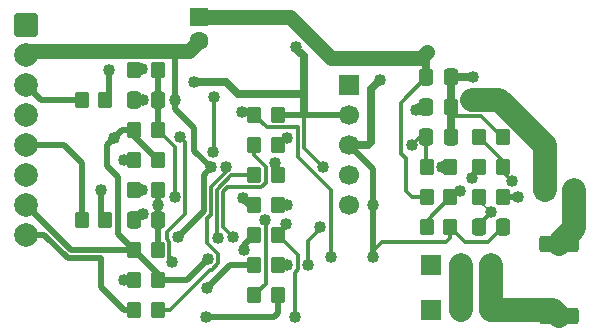
<source format=gbl>
G04 #@! TF.GenerationSoftware,KiCad,Pcbnew,9.0.6*
G04 #@! TF.CreationDate,2025-12-01T20:46:10-08:00*
G04 #@! TF.ProjectId,RocketServo,526f636b-6574-4536-9572-766f2e6b6963,n/c*
G04 #@! TF.SameCoordinates,Original*
G04 #@! TF.FileFunction,Copper,L2,Bot*
G04 #@! TF.FilePolarity,Positive*
%FSLAX46Y46*%
G04 Gerber Fmt 4.6, Leading zero omitted, Abs format (unit mm)*
G04 Created by KiCad (PCBNEW 9.0.6) date 2025-12-01 20:46:10*
%MOMM*%
%LPD*%
G01*
G04 APERTURE LIST*
G04 Aperture macros list*
%AMRoundRect*
0 Rectangle with rounded corners*
0 $1 Rounding radius*
0 $2 $3 $4 $5 $6 $7 $8 $9 X,Y pos of 4 corners*
0 Add a 4 corners polygon primitive as box body*
4,1,4,$2,$3,$4,$5,$6,$7,$8,$9,$2,$3,0*
0 Add four circle primitives for the rounded corners*
1,1,$1+$1,$2,$3*
1,1,$1+$1,$4,$5*
1,1,$1+$1,$6,$7*
1,1,$1+$1,$8,$9*
0 Add four rect primitives between the rounded corners*
20,1,$1+$1,$2,$3,$4,$5,0*
20,1,$1+$1,$4,$5,$6,$7,0*
20,1,$1+$1,$6,$7,$8,$9,0*
20,1,$1+$1,$8,$9,$2,$3,0*%
G04 Aperture macros list end*
G04 #@! TA.AperFunction,ComponentPad*
%ADD10R,1.700000X1.700000*%
G04 #@! TD*
G04 #@! TA.AperFunction,ComponentPad*
%ADD11C,1.700000*%
G04 #@! TD*
G04 #@! TA.AperFunction,ComponentPad*
%ADD12RoundRect,0.250000X-0.550000X-0.550000X0.550000X-0.550000X0.550000X0.550000X-0.550000X0.550000X0*%
G04 #@! TD*
G04 #@! TA.AperFunction,ComponentPad*
%ADD13C,1.600000*%
G04 #@! TD*
G04 #@! TA.AperFunction,ComponentPad*
%ADD14RoundRect,0.250000X-0.750000X0.750000X-0.750000X-0.750000X0.750000X-0.750000X0.750000X0.750000X0*%
G04 #@! TD*
G04 #@! TA.AperFunction,ComponentPad*
%ADD15C,2.000000*%
G04 #@! TD*
G04 #@! TA.AperFunction,ComponentPad*
%ADD16RoundRect,0.250000X-0.550000X0.550000X-0.550000X-0.550000X0.550000X-0.550000X0.550000X0.550000X0*%
G04 #@! TD*
G04 #@! TA.AperFunction,SMDPad,CuDef*
%ADD17RoundRect,0.250000X0.350000X0.450000X-0.350000X0.450000X-0.350000X-0.450000X0.350000X-0.450000X0*%
G04 #@! TD*
G04 #@! TA.AperFunction,SMDPad,CuDef*
%ADD18RoundRect,0.250000X-0.350000X-0.450000X0.350000X-0.450000X0.350000X0.450000X-0.350000X0.450000X0*%
G04 #@! TD*
G04 #@! TA.AperFunction,SMDPad,CuDef*
%ADD19RoundRect,0.250000X-0.337500X-0.475000X0.337500X-0.475000X0.337500X0.475000X-0.337500X0.475000X0*%
G04 #@! TD*
G04 #@! TA.AperFunction,SMDPad,CuDef*
%ADD20RoundRect,0.250000X0.337500X0.475000X-0.337500X0.475000X-0.337500X-0.475000X0.337500X-0.475000X0*%
G04 #@! TD*
G04 #@! TA.AperFunction,SMDPad,CuDef*
%ADD21RoundRect,0.249999X1.425001X-0.450001X1.425001X0.450001X-1.425001X0.450001X-1.425001X-0.450001X0*%
G04 #@! TD*
G04 #@! TA.AperFunction,ViaPad*
%ADD22C,1.016000*%
G04 #@! TD*
G04 #@! TA.AperFunction,Conductor*
%ADD23C,0.635000*%
G04 #@! TD*
G04 #@! TA.AperFunction,Conductor*
%ADD24C,0.508000*%
G04 #@! TD*
G04 #@! TA.AperFunction,Conductor*
%ADD25C,0.304800*%
G04 #@! TD*
G04 #@! TA.AperFunction,Conductor*
%ADD26C,1.270000*%
G04 #@! TD*
G04 #@! TA.AperFunction,Conductor*
%ADD27C,0.203200*%
G04 #@! TD*
G04 #@! TA.AperFunction,Conductor*
%ADD28C,2.032000*%
G04 #@! TD*
G04 APERTURE END LIST*
D10*
X106045000Y-119380000D03*
D11*
X108585000Y-119380000D03*
X111125000Y-119380000D03*
D12*
X115657621Y-113030000D03*
D13*
X118157621Y-113030000D03*
D10*
X99060000Y-104140000D03*
D11*
X99060000Y-106680000D03*
X99060000Y-109220000D03*
X99060000Y-111760000D03*
X99060000Y-114300000D03*
D10*
X106045000Y-123190000D03*
D11*
X108585000Y-123190000D03*
X111125000Y-123190000D03*
D14*
X71755000Y-99060000D03*
D15*
X71755000Y-101600000D03*
X71755000Y-104140000D03*
X71755000Y-106680000D03*
X71755000Y-109220000D03*
X71755000Y-111760000D03*
X71755000Y-114300000D03*
X71755000Y-116840000D03*
D16*
X86360000Y-98425000D03*
D13*
X86360000Y-100425000D03*
D17*
X82915000Y-110490000D03*
X80915000Y-110490000D03*
D18*
X91075000Y-111760000D03*
X93075000Y-111760000D03*
D17*
X93075000Y-106680000D03*
X91075000Y-106680000D03*
X82915000Y-123190000D03*
X80915000Y-123190000D03*
X82915000Y-113030000D03*
X80915000Y-113030000D03*
D18*
X110125000Y-111125000D03*
X112125000Y-111125000D03*
D17*
X78470000Y-115570000D03*
X76470000Y-115570000D03*
D18*
X110125000Y-108585000D03*
X112125000Y-108585000D03*
D17*
X93075000Y-121920000D03*
X91075000Y-121920000D03*
D19*
X105642500Y-106045000D03*
X107717500Y-106045000D03*
D17*
X93075000Y-114300000D03*
X91075000Y-114300000D03*
D18*
X105680000Y-116205000D03*
X107680000Y-116205000D03*
X91075000Y-109220000D03*
X93075000Y-109220000D03*
D17*
X78470000Y-105410000D03*
X76470000Y-105410000D03*
D19*
X105642500Y-103505000D03*
X107717500Y-103505000D03*
D17*
X82915000Y-102870000D03*
X80915000Y-102870000D03*
X82915000Y-120650000D03*
X80915000Y-120650000D03*
D18*
X110125000Y-113665000D03*
X112125000Y-113665000D03*
D20*
X82952500Y-105410000D03*
X80877500Y-105410000D03*
D18*
X91075000Y-116840000D03*
X93075000Y-116840000D03*
D21*
X116840000Y-123700000D03*
X116840000Y-117600000D03*
D18*
X80915000Y-107950000D03*
X82915000Y-107950000D03*
X91075000Y-119380000D03*
X93075000Y-119380000D03*
D17*
X107680000Y-113665000D03*
X105680000Y-113665000D03*
D20*
X82952500Y-115570000D03*
X80877500Y-115570000D03*
D18*
X105680000Y-111125000D03*
X107680000Y-111125000D03*
D19*
X110087500Y-116205000D03*
X112162500Y-116205000D03*
X105642500Y-108585000D03*
X107717500Y-108585000D03*
D18*
X80915000Y-118110000D03*
X82915000Y-118110000D03*
D22*
X79184500Y-108648500D03*
X85979000Y-103886000D03*
X101727000Y-103759000D03*
X97536000Y-118745000D03*
X93853000Y-119380000D03*
X96625600Y-116205000D03*
X95631000Y-119380000D03*
X90194541Y-118132264D03*
X87122000Y-118872000D03*
X81657074Y-115060099D03*
X84617446Y-116980052D03*
X87376000Y-111125000D03*
X84328000Y-105410000D03*
X81607000Y-113030000D03*
X112930645Y-112282959D03*
X106988000Y-111125000D03*
X101092000Y-114300000D03*
X109474000Y-112014000D03*
X93853000Y-114300000D03*
X96901000Y-111125000D03*
X94646000Y-100934000D03*
X104439223Y-109236647D03*
X82915000Y-114300000D03*
X91948000Y-115570000D03*
X89262388Y-117022798D03*
X93853000Y-108643800D03*
X113411000Y-113665000D03*
X101092000Y-118745000D03*
X109522000Y-105410000D03*
X80010000Y-110490000D03*
X84328000Y-113665000D03*
X90153100Y-113703035D03*
X88001059Y-117131479D03*
X92837000Y-110744000D03*
X88641016Y-111047953D03*
X80010000Y-120650000D03*
X84763142Y-108510640D03*
X84079301Y-119155666D03*
X87630000Y-105156000D03*
X87583593Y-109774407D03*
X109601000Y-103505000D03*
X104775000Y-106299000D03*
X105664000Y-101346000D03*
X108458000Y-113157000D03*
X94488000Y-123825000D03*
X93726000Y-115951000D03*
X90043000Y-106426000D03*
X81657000Y-105383549D03*
X111125000Y-114935000D03*
X87051541Y-121341541D03*
X86995000Y-123825000D03*
X78740000Y-102870000D03*
X81607000Y-102802455D03*
X78105000Y-113030000D03*
D23*
X95250000Y-104902000D02*
X95250000Y-101727000D01*
X95250000Y-104902000D02*
X89662000Y-104902000D01*
D24*
X79629000Y-108204000D02*
X79883000Y-107950000D01*
D23*
X88646000Y-103886000D02*
X85979000Y-103886000D01*
X89662000Y-104902000D02*
X88646000Y-103886000D01*
X94646000Y-100934000D02*
X94646000Y-101123000D01*
X94646000Y-101123000D02*
X95250000Y-101727000D01*
X100711000Y-109220000D02*
X100965000Y-108966000D01*
X99060000Y-109220000D02*
X100711000Y-109220000D01*
X100965000Y-104521000D02*
X101727000Y-103759000D01*
X100965000Y-108966000D02*
X100965000Y-104521000D01*
D25*
X107680000Y-116205000D02*
X107680000Y-117110000D01*
X101092000Y-118237000D02*
X101092000Y-118745000D01*
X107680000Y-117110000D02*
X107315000Y-117475000D01*
X107315000Y-117475000D02*
X101854000Y-117475000D01*
X101854000Y-117475000D02*
X101092000Y-118237000D01*
D24*
X99060000Y-106680000D02*
X93075000Y-106680000D01*
D26*
X105664000Y-101346000D02*
X105156000Y-101854000D01*
X105156000Y-101854000D02*
X97536000Y-101854000D01*
X97536000Y-101854000D02*
X94107000Y-98425000D01*
X94107000Y-98425000D02*
X86360000Y-98425000D01*
D23*
X95250000Y-106426000D02*
X95250000Y-104902000D01*
D24*
X79525000Y-116720000D02*
X79525000Y-111910000D01*
X79525000Y-111910000D02*
X78613000Y-110998000D01*
X80915000Y-118110000D02*
X79525000Y-116720000D01*
X78613000Y-110998000D02*
X78613000Y-109220000D01*
X78613000Y-109220000D02*
X79629000Y-108204000D01*
X79883000Y-107950000D02*
X80915000Y-107950000D01*
D25*
X87385600Y-112783715D02*
X88641016Y-111528299D01*
X87385600Y-115147925D02*
X87385600Y-112783715D01*
X87323180Y-119782400D02*
X87499101Y-119782400D01*
X88641016Y-111528299D02*
X88641016Y-111047953D01*
X83915580Y-123190000D02*
X87323180Y-119782400D01*
X88395200Y-116155610D02*
X89262388Y-117022798D01*
X88032400Y-119249101D02*
X88032400Y-118450321D01*
X88032400Y-118450321D02*
X87090659Y-117508580D01*
X88783705Y-112813400D02*
X88395200Y-113201905D01*
X91681864Y-112813400D02*
X88783705Y-112813400D01*
X91075000Y-110099736D02*
X92028400Y-111053136D01*
X91075000Y-109220000D02*
X91075000Y-110099736D01*
X82915000Y-123190000D02*
X83915580Y-123190000D01*
X92028400Y-112466864D02*
X91681864Y-112813400D01*
X92028400Y-111053136D02*
X92028400Y-112466864D01*
X87090659Y-117508580D02*
X87090659Y-115442866D01*
X90153100Y-113992774D02*
X90153100Y-113703035D01*
X87499101Y-119782400D02*
X88032400Y-119249101D01*
X87090659Y-115442866D02*
X87385600Y-115147925D01*
X91075000Y-111760000D02*
X89123210Y-111760000D01*
X87890400Y-112992810D02*
X87890400Y-117020820D01*
X91075000Y-114300000D02*
X90460326Y-114300000D01*
X88395200Y-113201905D02*
X88395200Y-116155610D01*
D24*
X86779200Y-114818298D02*
X84617446Y-116980052D01*
D25*
X87890400Y-117020820D02*
X88001059Y-117131479D01*
D24*
X86779200Y-111721800D02*
X86779200Y-114818298D01*
X87376000Y-111125000D02*
X86779200Y-111721800D01*
D25*
X90460326Y-114300000D02*
X90153100Y-113992774D01*
X89123210Y-111760000D02*
X87890400Y-112992810D01*
X93651200Y-108643800D02*
X93853000Y-108643800D01*
X93075000Y-109220000D02*
X93651200Y-108643800D01*
X97536000Y-113030000D02*
X94742000Y-110236000D01*
X94742000Y-107696000D02*
X94704600Y-107733400D01*
X97536000Y-118745000D02*
X97536000Y-113030000D01*
X94742000Y-110236000D02*
X94742000Y-107696000D01*
X94704600Y-107733400D02*
X92128400Y-107733400D01*
X92128400Y-107733400D02*
X91075000Y-106680000D01*
X96625600Y-116353400D02*
X96625600Y-116205000D01*
X95631000Y-119380000D02*
X95631000Y-117348000D01*
X95631000Y-117348000D02*
X96625600Y-116353400D01*
X94763400Y-119757101D02*
X94488000Y-120032501D01*
X94488000Y-120032501D02*
X94488000Y-123825000D01*
X94763400Y-118528400D02*
X94763400Y-119757101D01*
X93075000Y-116840000D02*
X94763400Y-118528400D01*
X93075000Y-119380000D02*
X93853000Y-119380000D01*
D24*
X90194541Y-118132264D02*
X90194541Y-117720459D01*
X90194541Y-117720459D02*
X91075000Y-116840000D01*
X89013082Y-119380000D02*
X87051541Y-121341541D01*
X91075000Y-119380000D02*
X89013082Y-119380000D01*
X82915000Y-120650000D02*
X85344000Y-120650000D01*
X85344000Y-120650000D02*
X87122000Y-118872000D01*
X75271736Y-118818000D02*
X73293736Y-116840000D01*
X80010000Y-123190000D02*
X78105000Y-121285000D01*
X80915000Y-118110000D02*
X75565000Y-118110000D01*
X78105000Y-118818000D02*
X75271736Y-118818000D01*
X73293736Y-116840000D02*
X71755000Y-116840000D01*
X78105000Y-121285000D02*
X78105000Y-118818000D01*
X80915000Y-123190000D02*
X80010000Y-123190000D01*
X75565000Y-118110000D02*
X71755000Y-114300000D01*
X81147173Y-115570000D02*
X81657074Y-115060099D01*
X80877500Y-115570000D02*
X81147173Y-115570000D01*
D25*
X83671600Y-117206336D02*
X83868400Y-117403136D01*
X83671600Y-116589899D02*
X83671600Y-117206336D01*
X83868400Y-118944765D02*
X84079301Y-119155666D01*
X85238400Y-115023099D02*
X83671600Y-116589899D01*
X83868400Y-117403136D02*
X83868400Y-118944765D01*
X84763142Y-108510640D02*
X85238400Y-108985898D01*
X85238400Y-108985898D02*
X85238400Y-115023099D01*
D24*
X85979000Y-109728000D02*
X87376000Y-111125000D01*
D25*
X87630000Y-109728000D02*
X87583593Y-109774407D01*
D24*
X84328000Y-105410000D02*
X84328000Y-106172000D01*
D25*
X87630000Y-105156000D02*
X87630000Y-109728000D01*
D24*
X84328000Y-106172000D02*
X85979000Y-107823000D01*
X85979000Y-107823000D02*
X85979000Y-109728000D01*
D26*
X85560001Y-101224999D02*
X84328000Y-101224999D01*
D24*
X84328000Y-101224999D02*
X84328000Y-105410000D01*
D25*
X80915000Y-113030000D02*
X81607000Y-113030000D01*
X105680000Y-113665000D02*
X104394000Y-113665000D01*
X104394000Y-113665000D02*
X103886000Y-113157000D01*
X103505000Y-109982000D02*
X103505000Y-105642500D01*
X103886000Y-113157000D02*
X103886000Y-110363000D01*
X103886000Y-110363000D02*
X103505000Y-109982000D01*
X103505000Y-105642500D02*
X105642500Y-103505000D01*
D23*
X107717500Y-106807000D02*
X107717500Y-108585000D01*
D25*
X112125000Y-108585000D02*
X112014000Y-108585000D01*
X112014000Y-108585000D02*
X110236000Y-106807000D01*
X110236000Y-106807000D02*
X107717500Y-106807000D01*
X112125000Y-111125000D02*
X112125000Y-111477314D01*
X112125000Y-111477314D02*
X112930645Y-112282959D01*
X112125000Y-111125000D02*
X112125000Y-110585000D01*
X112125000Y-110585000D02*
X110125000Y-108585000D01*
D24*
X107680000Y-111125000D02*
X106988000Y-111125000D01*
X101092000Y-118745000D02*
X101092000Y-114300000D01*
D27*
X110125000Y-113665000D02*
X110125000Y-113935000D01*
X110125000Y-113935000D02*
X111125000Y-114935000D01*
X109474000Y-112014000D02*
X109474000Y-111776000D01*
X109474000Y-111776000D02*
X110125000Y-111125000D01*
X93853000Y-114300000D02*
X93075000Y-114300000D01*
D25*
X95250000Y-109474000D02*
X95250000Y-106426000D01*
X93075000Y-106680000D02*
X94996000Y-106680000D01*
X94996000Y-106680000D02*
X95250000Y-106426000D01*
X96901000Y-111125000D02*
X95250000Y-109474000D01*
X105642500Y-108585000D02*
X105090870Y-108585000D01*
X105090870Y-108585000D02*
X104439223Y-109236647D01*
X105642500Y-108585000D02*
X105642500Y-111087500D01*
X105642500Y-111087500D02*
X105680000Y-111125000D01*
D24*
X82915000Y-113030000D02*
X82915000Y-114300000D01*
D25*
X91075000Y-121920000D02*
X92028400Y-120966600D01*
X92028400Y-120966600D02*
X92028400Y-115650400D01*
X92028400Y-115650400D02*
X91948000Y-115570000D01*
D24*
X113411000Y-113665000D02*
X112125000Y-113665000D01*
X101092000Y-114300000D02*
X101092000Y-111252000D01*
X101092000Y-111252000D02*
X99060000Y-109220000D01*
D28*
X115657621Y-113030000D02*
X115657621Y-109236043D01*
X115657621Y-109236043D02*
X111831578Y-105410000D01*
X111831578Y-105410000D02*
X109522000Y-105410000D01*
D25*
X80010000Y-110490000D02*
X80915000Y-110490000D01*
X84328000Y-113665000D02*
X84328000Y-109363000D01*
X84328000Y-109363000D02*
X82915000Y-107950000D01*
X93075000Y-111760000D02*
X93075000Y-110982000D01*
X93075000Y-110982000D02*
X92837000Y-110744000D01*
X80010000Y-120650000D02*
X80915000Y-120650000D01*
D23*
X107717500Y-103505000D02*
X109601000Y-103505000D01*
X105642500Y-106045000D02*
X105029000Y-106045000D01*
X105029000Y-106045000D02*
X104775000Y-106299000D01*
X107717500Y-106045000D02*
X107717500Y-106807000D01*
X107717500Y-103505000D02*
X107717500Y-106045000D01*
X105642500Y-103505000D02*
X105642500Y-101367500D01*
X105642500Y-101367500D02*
X105664000Y-101346000D01*
D25*
X108458000Y-113157000D02*
X108188000Y-113157000D01*
X108188000Y-113157000D02*
X107680000Y-113665000D01*
X93726000Y-116189000D02*
X93075000Y-116840000D01*
X93726000Y-115951000D02*
X93726000Y-116189000D01*
X90043000Y-106426000D02*
X90821000Y-106426000D01*
X90821000Y-106426000D02*
X91075000Y-106680000D01*
D24*
X82915000Y-105372500D02*
X82952500Y-105410000D01*
X82952500Y-107912500D02*
X82915000Y-107950000D01*
X82952500Y-105410000D02*
X82952500Y-107912500D01*
X82915000Y-102870000D02*
X82915000Y-105372500D01*
D26*
X86360000Y-100425000D02*
X85560001Y-101224999D01*
D28*
X116840000Y-117600000D02*
X118157621Y-116282379D01*
D26*
X72130001Y-101224999D02*
X71755000Y-101600000D01*
D24*
X81657000Y-105383549D02*
X80903951Y-105383549D01*
D25*
X112162500Y-116205000D02*
X110892500Y-117475000D01*
X108950000Y-117475000D02*
X107680000Y-116205000D01*
X110892500Y-117475000D02*
X108950000Y-117475000D01*
D28*
X118157621Y-116282379D02*
X118157621Y-113030000D01*
D24*
X80903951Y-105383549D02*
X80877500Y-105410000D01*
D26*
X84328000Y-101224999D02*
X72130001Y-101224999D01*
D24*
X82915000Y-120110000D02*
X80915000Y-118110000D01*
X82915000Y-120650000D02*
X82915000Y-120110000D01*
X80915000Y-108490000D02*
X82915000Y-110490000D01*
X80915000Y-107950000D02*
X80915000Y-108490000D01*
D25*
X110087500Y-115972500D02*
X111125000Y-114935000D01*
X110087500Y-116205000D02*
X110087500Y-115972500D01*
D24*
X82952500Y-115570000D02*
X82952500Y-118072500D01*
X82952500Y-118072500D02*
X82915000Y-118110000D01*
X82915000Y-114300000D02*
X82915000Y-115532500D01*
X82915000Y-115532500D02*
X82952500Y-115570000D01*
X93075000Y-123460000D02*
X92710000Y-123825000D01*
X92710000Y-123825000D02*
X86995000Y-123825000D01*
X93075000Y-121920000D02*
X93075000Y-123460000D01*
X78740000Y-105140000D02*
X78470000Y-105410000D01*
X78740000Y-102870000D02*
X78740000Y-105140000D01*
X80982545Y-102802455D02*
X80915000Y-102870000D01*
X81607000Y-102802455D02*
X80982545Y-102802455D01*
D28*
X111125000Y-119380000D02*
X111125000Y-123190000D01*
X111125000Y-123190000D02*
X116330000Y-123190000D01*
X116330000Y-123190000D02*
X116840000Y-123700000D01*
X108585000Y-123190000D02*
X108585000Y-119380000D01*
D24*
X78105000Y-113030000D02*
X78105000Y-115205000D01*
X78105000Y-115205000D02*
X78470000Y-115570000D01*
D25*
X105680000Y-116205000D02*
X105680000Y-115665000D01*
X105680000Y-115665000D02*
X107680000Y-113665000D01*
D24*
X73025000Y-105410000D02*
X76470000Y-105410000D01*
X71755000Y-104140000D02*
X73025000Y-105410000D01*
X74930000Y-109220000D02*
X71755000Y-109220000D01*
X76470000Y-115570000D02*
X76470000Y-110760000D01*
X76470000Y-110760000D02*
X74930000Y-109220000D01*
M02*

</source>
